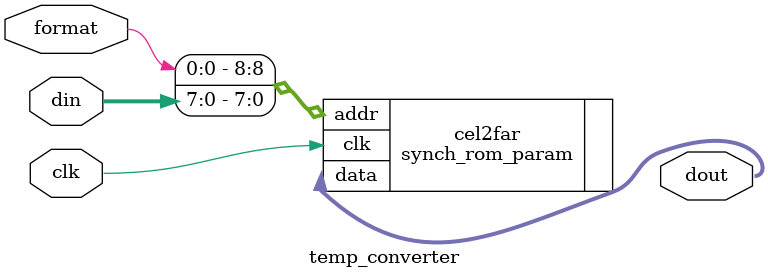
<source format=sv>
`timescale 1ns / 1ps

module temp_converter
(
    input logic clk,
    input logic [7:0] din,
    input logic format,
    output logic [7:0] dout
);
    
    synch_rom_param #(.file("temp_conv_lookup.mem"), .ADDR_WIDTH(9), .DATA_WIDTH(8)) cel2far
    (
        .clk(clk),
        .addr({format,din}),
        .data(dout)
    );
    
endmodule

</source>
